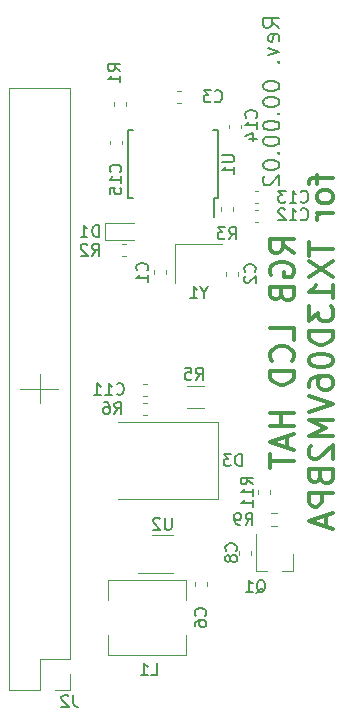
<source format=gbo>
G04 #@! TF.GenerationSoftware,KiCad,Pcbnew,(5.1.9)-1*
G04 #@! TF.CreationDate,2021-04-21T17:08:02+02:00*
G04 #@! TF.ProjectId,rgb_lcd_pihat,7267625f-6c63-4645-9f70-696861742e6b,rev?*
G04 #@! TF.SameCoordinates,Original*
G04 #@! TF.FileFunction,Legend,Bot*
G04 #@! TF.FilePolarity,Positive*
%FSLAX46Y46*%
G04 Gerber Fmt 4.6, Leading zero omitted, Abs format (unit mm)*
G04 Created by KiCad (PCBNEW (5.1.9)-1) date 2021-04-21 17:08:02*
%MOMM*%
%LPD*%
G01*
G04 APERTURE LIST*
%ADD10C,0.200000*%
%ADD11C,0.300000*%
%ADD12C,0.120000*%
%ADD13C,0.150000*%
G04 APERTURE END LIST*
D10*
X64033333Y-36966666D02*
X63366666Y-36500000D01*
X64033333Y-36166666D02*
X62633333Y-36166666D01*
X62633333Y-36700000D01*
X62700000Y-36833333D01*
X62766666Y-36900000D01*
X62900000Y-36966666D01*
X63100000Y-36966666D01*
X63233333Y-36900000D01*
X63300000Y-36833333D01*
X63366666Y-36700000D01*
X63366666Y-36166666D01*
X63966666Y-38100000D02*
X64033333Y-37966666D01*
X64033333Y-37700000D01*
X63966666Y-37566666D01*
X63833333Y-37500000D01*
X63300000Y-37500000D01*
X63166666Y-37566666D01*
X63100000Y-37700000D01*
X63100000Y-37966666D01*
X63166666Y-38100000D01*
X63300000Y-38166666D01*
X63433333Y-38166666D01*
X63566666Y-37500000D01*
X63100000Y-38633333D02*
X64033333Y-38966666D01*
X63100000Y-39300000D01*
X63900000Y-39833333D02*
X63966666Y-39900000D01*
X64033333Y-39833333D01*
X63966666Y-39766666D01*
X63900000Y-39833333D01*
X64033333Y-39833333D01*
X62633333Y-41833333D02*
X62633333Y-41966666D01*
X62700000Y-42099999D01*
X62766666Y-42166666D01*
X62900000Y-42233333D01*
X63166666Y-42299999D01*
X63500000Y-42299999D01*
X63766666Y-42233333D01*
X63900000Y-42166666D01*
X63966666Y-42099999D01*
X64033333Y-41966666D01*
X64033333Y-41833333D01*
X63966666Y-41699999D01*
X63900000Y-41633333D01*
X63766666Y-41566666D01*
X63500000Y-41499999D01*
X63166666Y-41499999D01*
X62900000Y-41566666D01*
X62766666Y-41633333D01*
X62700000Y-41699999D01*
X62633333Y-41833333D01*
X62633333Y-43166666D02*
X62633333Y-43299999D01*
X62700000Y-43433333D01*
X62766666Y-43499999D01*
X62900000Y-43566666D01*
X63166666Y-43633333D01*
X63500000Y-43633333D01*
X63766666Y-43566666D01*
X63900000Y-43499999D01*
X63966666Y-43433333D01*
X64033333Y-43299999D01*
X64033333Y-43166666D01*
X63966666Y-43033333D01*
X63900000Y-42966666D01*
X63766666Y-42899999D01*
X63500000Y-42833333D01*
X63166666Y-42833333D01*
X62900000Y-42899999D01*
X62766666Y-42966666D01*
X62700000Y-43033333D01*
X62633333Y-43166666D01*
X63900000Y-44233333D02*
X63966666Y-44299999D01*
X64033333Y-44233333D01*
X63966666Y-44166666D01*
X63900000Y-44233333D01*
X64033333Y-44233333D01*
X62633333Y-45166666D02*
X62633333Y-45299999D01*
X62700000Y-45433333D01*
X62766666Y-45499999D01*
X62900000Y-45566666D01*
X63166666Y-45633333D01*
X63500000Y-45633333D01*
X63766666Y-45566666D01*
X63900000Y-45499999D01*
X63966666Y-45433333D01*
X64033333Y-45299999D01*
X64033333Y-45166666D01*
X63966666Y-45033333D01*
X63900000Y-44966666D01*
X63766666Y-44899999D01*
X63500000Y-44833333D01*
X63166666Y-44833333D01*
X62900000Y-44899999D01*
X62766666Y-44966666D01*
X62700000Y-45033333D01*
X62633333Y-45166666D01*
X62633333Y-46499999D02*
X62633333Y-46633333D01*
X62700000Y-46766666D01*
X62766666Y-46833333D01*
X62900000Y-46899999D01*
X63166666Y-46966666D01*
X63500000Y-46966666D01*
X63766666Y-46899999D01*
X63900000Y-46833333D01*
X63966666Y-46766666D01*
X64033333Y-46633333D01*
X64033333Y-46499999D01*
X63966666Y-46366666D01*
X63900000Y-46299999D01*
X63766666Y-46233333D01*
X63500000Y-46166666D01*
X63166666Y-46166666D01*
X62900000Y-46233333D01*
X62766666Y-46299999D01*
X62700000Y-46366666D01*
X62633333Y-46499999D01*
X63900000Y-47566666D02*
X63966666Y-47633333D01*
X64033333Y-47566666D01*
X63966666Y-47499999D01*
X63900000Y-47566666D01*
X64033333Y-47566666D01*
X62633333Y-48499999D02*
X62633333Y-48633333D01*
X62700000Y-48766666D01*
X62766666Y-48833333D01*
X62900000Y-48899999D01*
X63166666Y-48966666D01*
X63500000Y-48966666D01*
X63766666Y-48899999D01*
X63900000Y-48833333D01*
X63966666Y-48766666D01*
X64033333Y-48633333D01*
X64033333Y-48499999D01*
X63966666Y-48366666D01*
X63900000Y-48299999D01*
X63766666Y-48233333D01*
X63500000Y-48166666D01*
X63166666Y-48166666D01*
X62900000Y-48233333D01*
X62766666Y-48299999D01*
X62700000Y-48366666D01*
X62633333Y-48499999D01*
X62766666Y-49499999D02*
X62700000Y-49566666D01*
X62633333Y-49699999D01*
X62633333Y-50033333D01*
X62700000Y-50166666D01*
X62766666Y-50233333D01*
X62900000Y-50299999D01*
X63033333Y-50299999D01*
X63233333Y-50233333D01*
X64033333Y-49433333D01*
X64033333Y-50299999D01*
D11*
X65254761Y-56019047D02*
X64302380Y-55352380D01*
X65254761Y-54876190D02*
X63254761Y-54876190D01*
X63254761Y-55638095D01*
X63350000Y-55828571D01*
X63445238Y-55923809D01*
X63635714Y-56019047D01*
X63921428Y-56019047D01*
X64111904Y-55923809D01*
X64207142Y-55828571D01*
X64302380Y-55638095D01*
X64302380Y-54876190D01*
X63350000Y-57923809D02*
X63254761Y-57733333D01*
X63254761Y-57447619D01*
X63350000Y-57161904D01*
X63540476Y-56971428D01*
X63730952Y-56876190D01*
X64111904Y-56780952D01*
X64397619Y-56780952D01*
X64778571Y-56876190D01*
X64969047Y-56971428D01*
X65159523Y-57161904D01*
X65254761Y-57447619D01*
X65254761Y-57638095D01*
X65159523Y-57923809D01*
X65064285Y-58019047D01*
X64397619Y-58019047D01*
X64397619Y-57638095D01*
X64207142Y-59542857D02*
X64302380Y-59828571D01*
X64397619Y-59923809D01*
X64588095Y-60019047D01*
X64873809Y-60019047D01*
X65064285Y-59923809D01*
X65159523Y-59828571D01*
X65254761Y-59638095D01*
X65254761Y-58876190D01*
X63254761Y-58876190D01*
X63254761Y-59542857D01*
X63350000Y-59733333D01*
X63445238Y-59828571D01*
X63635714Y-59923809D01*
X63826190Y-59923809D01*
X64016666Y-59828571D01*
X64111904Y-59733333D01*
X64207142Y-59542857D01*
X64207142Y-58876190D01*
X65254761Y-63352380D02*
X65254761Y-62400000D01*
X63254761Y-62400000D01*
X65064285Y-65161904D02*
X65159523Y-65066666D01*
X65254761Y-64780952D01*
X65254761Y-64590476D01*
X65159523Y-64304761D01*
X64969047Y-64114285D01*
X64778571Y-64019047D01*
X64397619Y-63923809D01*
X64111904Y-63923809D01*
X63730952Y-64019047D01*
X63540476Y-64114285D01*
X63350000Y-64304761D01*
X63254761Y-64590476D01*
X63254761Y-64780952D01*
X63350000Y-65066666D01*
X63445238Y-65161904D01*
X65254761Y-66019047D02*
X63254761Y-66019047D01*
X63254761Y-66495238D01*
X63350000Y-66780952D01*
X63540476Y-66971428D01*
X63730952Y-67066666D01*
X64111904Y-67161904D01*
X64397619Y-67161904D01*
X64778571Y-67066666D01*
X64969047Y-66971428D01*
X65159523Y-66780952D01*
X65254761Y-66495238D01*
X65254761Y-66019047D01*
X65254761Y-69542857D02*
X63254761Y-69542857D01*
X64207142Y-69542857D02*
X64207142Y-70685714D01*
X65254761Y-70685714D02*
X63254761Y-70685714D01*
X64683333Y-71542857D02*
X64683333Y-72495238D01*
X65254761Y-71352380D02*
X63254761Y-72019047D01*
X65254761Y-72685714D01*
X63254761Y-73066666D02*
X63254761Y-74209523D01*
X65254761Y-73638095D02*
X63254761Y-73638095D01*
X67221428Y-49400000D02*
X67221428Y-50161904D01*
X68554761Y-49685714D02*
X66840476Y-49685714D01*
X66650000Y-49780952D01*
X66554761Y-49971428D01*
X66554761Y-50161904D01*
X68554761Y-51114285D02*
X68459523Y-50923809D01*
X68364285Y-50828571D01*
X68173809Y-50733333D01*
X67602380Y-50733333D01*
X67411904Y-50828571D01*
X67316666Y-50923809D01*
X67221428Y-51114285D01*
X67221428Y-51400000D01*
X67316666Y-51590476D01*
X67411904Y-51685714D01*
X67602380Y-51780952D01*
X68173809Y-51780952D01*
X68364285Y-51685714D01*
X68459523Y-51590476D01*
X68554761Y-51400000D01*
X68554761Y-51114285D01*
X68554761Y-52638095D02*
X67221428Y-52638095D01*
X67602380Y-52638095D02*
X67411904Y-52733333D01*
X67316666Y-52828571D01*
X67221428Y-53019047D01*
X67221428Y-53209523D01*
X66554761Y-55114285D02*
X66554761Y-56257142D01*
X68554761Y-55685714D02*
X66554761Y-55685714D01*
X66554761Y-56733333D02*
X68554761Y-58066666D01*
X66554761Y-58066666D02*
X68554761Y-56733333D01*
X68554761Y-59876190D02*
X68554761Y-58733333D01*
X68554761Y-59304761D02*
X66554761Y-59304761D01*
X66840476Y-59114285D01*
X67030952Y-58923809D01*
X67126190Y-58733333D01*
X66554761Y-60542857D02*
X66554761Y-61780952D01*
X67316666Y-61114285D01*
X67316666Y-61400000D01*
X67411904Y-61590476D01*
X67507142Y-61685714D01*
X67697619Y-61780952D01*
X68173809Y-61780952D01*
X68364285Y-61685714D01*
X68459523Y-61590476D01*
X68554761Y-61400000D01*
X68554761Y-60828571D01*
X68459523Y-60638095D01*
X68364285Y-60542857D01*
X68554761Y-62638095D02*
X66554761Y-62638095D01*
X66554761Y-63114285D01*
X66650000Y-63400000D01*
X66840476Y-63590476D01*
X67030952Y-63685714D01*
X67411904Y-63780952D01*
X67697619Y-63780952D01*
X68078571Y-63685714D01*
X68269047Y-63590476D01*
X68459523Y-63400000D01*
X68554761Y-63114285D01*
X68554761Y-62638095D01*
X66554761Y-65019047D02*
X66554761Y-65209523D01*
X66650000Y-65399999D01*
X66745238Y-65495238D01*
X66935714Y-65590476D01*
X67316666Y-65685714D01*
X67792857Y-65685714D01*
X68173809Y-65590476D01*
X68364285Y-65495238D01*
X68459523Y-65399999D01*
X68554761Y-65209523D01*
X68554761Y-65019047D01*
X68459523Y-64828571D01*
X68364285Y-64733333D01*
X68173809Y-64638095D01*
X67792857Y-64542857D01*
X67316666Y-64542857D01*
X66935714Y-64638095D01*
X66745238Y-64733333D01*
X66650000Y-64828571D01*
X66554761Y-65019047D01*
X66554761Y-67400000D02*
X66554761Y-67019047D01*
X66650000Y-66828571D01*
X66745238Y-66733333D01*
X67030952Y-66542857D01*
X67411904Y-66447619D01*
X68173809Y-66447619D01*
X68364285Y-66542857D01*
X68459523Y-66638095D01*
X68554761Y-66828571D01*
X68554761Y-67209523D01*
X68459523Y-67400000D01*
X68364285Y-67495238D01*
X68173809Y-67590476D01*
X67697619Y-67590476D01*
X67507142Y-67495238D01*
X67411904Y-67400000D01*
X67316666Y-67209523D01*
X67316666Y-66828571D01*
X67411904Y-66638095D01*
X67507142Y-66542857D01*
X67697619Y-66447619D01*
X66554761Y-68161904D02*
X68554761Y-68828571D01*
X66554761Y-69495238D01*
X68554761Y-70161904D02*
X66554761Y-70161904D01*
X67983333Y-70828571D01*
X66554761Y-71495238D01*
X68554761Y-71495238D01*
X66745238Y-72352380D02*
X66650000Y-72447619D01*
X66554761Y-72638095D01*
X66554761Y-73114285D01*
X66650000Y-73304761D01*
X66745238Y-73400000D01*
X66935714Y-73495238D01*
X67126190Y-73495238D01*
X67411904Y-73400000D01*
X68554761Y-72257142D01*
X68554761Y-73495238D01*
X67507142Y-75019047D02*
X67602380Y-75304761D01*
X67697619Y-75400000D01*
X67888095Y-75495238D01*
X68173809Y-75495238D01*
X68364285Y-75400000D01*
X68459523Y-75304761D01*
X68554761Y-75114285D01*
X68554761Y-74352380D01*
X66554761Y-74352380D01*
X66554761Y-75019047D01*
X66650000Y-75209523D01*
X66745238Y-75304761D01*
X66935714Y-75400000D01*
X67126190Y-75400000D01*
X67316666Y-75304761D01*
X67411904Y-75209523D01*
X67507142Y-75019047D01*
X67507142Y-74352380D01*
X68554761Y-76352380D02*
X66554761Y-76352380D01*
X66554761Y-77114285D01*
X66650000Y-77304761D01*
X66745238Y-77400000D01*
X66935714Y-77495238D01*
X67221428Y-77495238D01*
X67411904Y-77400000D01*
X67507142Y-77304761D01*
X67602380Y-77114285D01*
X67602380Y-76352380D01*
X67983333Y-78257142D02*
X67983333Y-79209523D01*
X68554761Y-78066666D02*
X66554761Y-78733333D01*
X68554761Y-79400000D01*
D12*
X56222936Y-67290000D02*
X57677064Y-67290000D01*
X56222936Y-69110000D02*
X57677064Y-69110000D01*
X63260000Y-76078733D02*
X63260000Y-76421267D01*
X62240000Y-76078733D02*
X62240000Y-76421267D01*
X63345276Y-79122500D02*
X63854724Y-79122500D01*
X63345276Y-78077500D02*
X63854724Y-78077500D01*
X65180000Y-82960000D02*
X64250000Y-82960000D01*
X62020000Y-82960000D02*
X62950000Y-82960000D01*
X62020000Y-82960000D02*
X62020000Y-79800000D01*
X65180000Y-82960000D02*
X65180000Y-81500000D01*
X51010000Y-43546267D02*
X51010000Y-43203733D01*
X49990000Y-43546267D02*
X49990000Y-43203733D01*
X55200000Y-58600000D02*
X55200000Y-55300000D01*
X55200000Y-55300000D02*
X59200000Y-55300000D01*
X43750000Y-68760000D02*
X43750000Y-66260000D01*
X42100000Y-67510000D02*
X45300000Y-67510000D01*
X45000000Y-92990000D02*
X46330000Y-92990000D01*
X46330000Y-92990000D02*
X46330000Y-91660000D01*
X43730000Y-92990000D02*
X43730000Y-90390000D01*
X43730000Y-90390000D02*
X46330000Y-90390000D01*
X46330000Y-90390000D02*
X46330000Y-42070000D01*
X41130000Y-42070000D02*
X46330000Y-42070000D01*
X41130000Y-92990000D02*
X41130000Y-42070000D01*
X41130000Y-92990000D02*
X43730000Y-92990000D01*
X52846267Y-67090000D02*
X52503733Y-67090000D01*
X52846267Y-68110000D02*
X52503733Y-68110000D01*
X53390000Y-57503733D02*
X53390000Y-57846267D01*
X54410000Y-57503733D02*
X54410000Y-57846267D01*
X59490000Y-57603733D02*
X59490000Y-57946267D01*
X60510000Y-57603733D02*
X60510000Y-57946267D01*
X55353733Y-42290000D02*
X55696267Y-42290000D01*
X55353733Y-43310000D02*
X55696267Y-43310000D01*
X57910000Y-83853733D02*
X57910000Y-84196267D01*
X56890000Y-83853733D02*
X56890000Y-84196267D01*
X60590000Y-81253733D02*
X60590000Y-81596267D01*
X61610000Y-81253733D02*
X61610000Y-81596267D01*
X51725000Y-54935000D02*
X49265000Y-54935000D01*
X49265000Y-54935000D02*
X49265000Y-53465000D01*
X49265000Y-53465000D02*
X51725000Y-53465000D01*
X49550000Y-83700000D02*
X49550000Y-85400000D01*
X56150000Y-83700000D02*
X49550000Y-83700000D01*
X56150000Y-85400000D02*
X56150000Y-83700000D01*
X56150000Y-90100000D02*
X56150000Y-88400000D01*
X49550000Y-90100000D02*
X56150000Y-90100000D01*
X49550000Y-88400000D02*
X49550000Y-90100000D01*
X51046267Y-55290000D02*
X50703733Y-55290000D01*
X51046267Y-56310000D02*
X50703733Y-56310000D01*
X60110000Y-52496267D02*
X60110000Y-52153733D01*
X59090000Y-52496267D02*
X59090000Y-52153733D01*
X52846267Y-68690000D02*
X52503733Y-68690000D01*
X52846267Y-69710000D02*
X52503733Y-69710000D01*
D13*
X58475000Y-51375000D02*
X58475000Y-52975000D01*
X51175000Y-51375000D02*
X51175000Y-45625000D01*
X58825000Y-51375000D02*
X58825000Y-45625000D01*
X51175000Y-51375000D02*
X51625000Y-51375000D01*
X51175000Y-45625000D02*
X51625000Y-45625000D01*
X58825000Y-45625000D02*
X58375000Y-45625000D01*
X58825000Y-51375000D02*
X58475000Y-51375000D01*
D12*
X55050000Y-83160000D02*
X52100000Y-83160000D01*
X53250000Y-79940000D02*
X55050000Y-79940000D01*
X58800000Y-70350000D02*
X50400000Y-70350000D01*
X58800000Y-76850000D02*
X50400000Y-76850000D01*
X58800000Y-76850000D02*
X58800000Y-70350000D01*
X62246267Y-53410000D02*
X61953733Y-53410000D01*
X62246267Y-52390000D02*
X61953733Y-52390000D01*
X62246267Y-50790000D02*
X61953733Y-50790000D01*
X62246267Y-51810000D02*
X61953733Y-51810000D01*
X59790000Y-45153733D02*
X59790000Y-45446267D01*
X60810000Y-45153733D02*
X60810000Y-45446267D01*
X49690000Y-46808767D02*
X49690000Y-46516233D01*
X50710000Y-46808767D02*
X50710000Y-46516233D01*
D13*
X56966666Y-66752380D02*
X57300000Y-66276190D01*
X57538095Y-66752380D02*
X57538095Y-65752380D01*
X57157142Y-65752380D01*
X57061904Y-65800000D01*
X57014285Y-65847619D01*
X56966666Y-65942857D01*
X56966666Y-66085714D01*
X57014285Y-66180952D01*
X57061904Y-66228571D01*
X57157142Y-66276190D01*
X57538095Y-66276190D01*
X56061904Y-65752380D02*
X56538095Y-65752380D01*
X56585714Y-66228571D01*
X56538095Y-66180952D01*
X56442857Y-66133333D01*
X56204761Y-66133333D01*
X56109523Y-66180952D01*
X56061904Y-66228571D01*
X56014285Y-66323809D01*
X56014285Y-66561904D01*
X56061904Y-66657142D01*
X56109523Y-66704761D01*
X56204761Y-66752380D01*
X56442857Y-66752380D01*
X56538095Y-66704761D01*
X56585714Y-66657142D01*
X61772380Y-75607142D02*
X61296190Y-75273809D01*
X61772380Y-75035714D02*
X60772380Y-75035714D01*
X60772380Y-75416666D01*
X60820000Y-75511904D01*
X60867619Y-75559523D01*
X60962857Y-75607142D01*
X61105714Y-75607142D01*
X61200952Y-75559523D01*
X61248571Y-75511904D01*
X61296190Y-75416666D01*
X61296190Y-75035714D01*
X61772380Y-76559523D02*
X61772380Y-75988095D01*
X61772380Y-76273809D02*
X60772380Y-76273809D01*
X60915238Y-76178571D01*
X61010476Y-76083333D01*
X61058095Y-75988095D01*
X61772380Y-77511904D02*
X61772380Y-76940476D01*
X61772380Y-77226190D02*
X60772380Y-77226190D01*
X60915238Y-77130952D01*
X61010476Y-77035714D01*
X61058095Y-76940476D01*
X61166666Y-79052380D02*
X61500000Y-78576190D01*
X61738095Y-79052380D02*
X61738095Y-78052380D01*
X61357142Y-78052380D01*
X61261904Y-78100000D01*
X61214285Y-78147619D01*
X61166666Y-78242857D01*
X61166666Y-78385714D01*
X61214285Y-78480952D01*
X61261904Y-78528571D01*
X61357142Y-78576190D01*
X61738095Y-78576190D01*
X60690476Y-79052380D02*
X60500000Y-79052380D01*
X60404761Y-79004761D01*
X60357142Y-78957142D01*
X60261904Y-78814285D01*
X60214285Y-78623809D01*
X60214285Y-78242857D01*
X60261904Y-78147619D01*
X60309523Y-78100000D01*
X60404761Y-78052380D01*
X60595238Y-78052380D01*
X60690476Y-78100000D01*
X60738095Y-78147619D01*
X60785714Y-78242857D01*
X60785714Y-78480952D01*
X60738095Y-78576190D01*
X60690476Y-78623809D01*
X60595238Y-78671428D01*
X60404761Y-78671428D01*
X60309523Y-78623809D01*
X60261904Y-78576190D01*
X60214285Y-78480952D01*
X62095238Y-84797619D02*
X62190476Y-84750000D01*
X62285714Y-84654761D01*
X62428571Y-84511904D01*
X62523809Y-84464285D01*
X62619047Y-84464285D01*
X62571428Y-84702380D02*
X62666666Y-84654761D01*
X62761904Y-84559523D01*
X62809523Y-84369047D01*
X62809523Y-84035714D01*
X62761904Y-83845238D01*
X62666666Y-83750000D01*
X62571428Y-83702380D01*
X62380952Y-83702380D01*
X62285714Y-83750000D01*
X62190476Y-83845238D01*
X62142857Y-84035714D01*
X62142857Y-84369047D01*
X62190476Y-84559523D01*
X62285714Y-84654761D01*
X62380952Y-84702380D01*
X62571428Y-84702380D01*
X61190476Y-84702380D02*
X61761904Y-84702380D01*
X61476190Y-84702380D02*
X61476190Y-83702380D01*
X61571428Y-83845238D01*
X61666666Y-83940476D01*
X61761904Y-83988095D01*
X50552380Y-40633333D02*
X50076190Y-40300000D01*
X50552380Y-40061904D02*
X49552380Y-40061904D01*
X49552380Y-40442857D01*
X49600000Y-40538095D01*
X49647619Y-40585714D01*
X49742857Y-40633333D01*
X49885714Y-40633333D01*
X49980952Y-40585714D01*
X50028571Y-40538095D01*
X50076190Y-40442857D01*
X50076190Y-40061904D01*
X50552380Y-41585714D02*
X50552380Y-41014285D01*
X50552380Y-41300000D02*
X49552380Y-41300000D01*
X49695238Y-41204761D01*
X49790476Y-41109523D01*
X49838095Y-41014285D01*
X57676190Y-59376190D02*
X57676190Y-59852380D01*
X58009523Y-58852380D02*
X57676190Y-59376190D01*
X57342857Y-58852380D01*
X56485714Y-59852380D02*
X57057142Y-59852380D01*
X56771428Y-59852380D02*
X56771428Y-58852380D01*
X56866666Y-58995238D01*
X56961904Y-59090476D01*
X57057142Y-59138095D01*
X46583333Y-93452380D02*
X46583333Y-94166666D01*
X46630952Y-94309523D01*
X46726190Y-94404761D01*
X46869047Y-94452380D01*
X46964285Y-94452380D01*
X46154761Y-93547619D02*
X46107142Y-93500000D01*
X46011904Y-93452380D01*
X45773809Y-93452380D01*
X45678571Y-93500000D01*
X45630952Y-93547619D01*
X45583333Y-93642857D01*
X45583333Y-93738095D01*
X45630952Y-93880952D01*
X46202380Y-94452380D01*
X45583333Y-94452380D01*
X50242857Y-67957142D02*
X50290476Y-68004761D01*
X50433333Y-68052380D01*
X50528571Y-68052380D01*
X50671428Y-68004761D01*
X50766666Y-67909523D01*
X50814285Y-67814285D01*
X50861904Y-67623809D01*
X50861904Y-67480952D01*
X50814285Y-67290476D01*
X50766666Y-67195238D01*
X50671428Y-67100000D01*
X50528571Y-67052380D01*
X50433333Y-67052380D01*
X50290476Y-67100000D01*
X50242857Y-67147619D01*
X49290476Y-68052380D02*
X49861904Y-68052380D01*
X49576190Y-68052380D02*
X49576190Y-67052380D01*
X49671428Y-67195238D01*
X49766666Y-67290476D01*
X49861904Y-67338095D01*
X48338095Y-68052380D02*
X48909523Y-68052380D01*
X48623809Y-68052380D02*
X48623809Y-67052380D01*
X48719047Y-67195238D01*
X48814285Y-67290476D01*
X48909523Y-67338095D01*
X52827142Y-57508333D02*
X52874761Y-57460714D01*
X52922380Y-57317857D01*
X52922380Y-57222619D01*
X52874761Y-57079761D01*
X52779523Y-56984523D01*
X52684285Y-56936904D01*
X52493809Y-56889285D01*
X52350952Y-56889285D01*
X52160476Y-56936904D01*
X52065238Y-56984523D01*
X51970000Y-57079761D01*
X51922380Y-57222619D01*
X51922380Y-57317857D01*
X51970000Y-57460714D01*
X52017619Y-57508333D01*
X52922380Y-58460714D02*
X52922380Y-57889285D01*
X52922380Y-58175000D02*
X51922380Y-58175000D01*
X52065238Y-58079761D01*
X52160476Y-57984523D01*
X52208095Y-57889285D01*
X61957142Y-57608333D02*
X62004761Y-57560714D01*
X62052380Y-57417857D01*
X62052380Y-57322619D01*
X62004761Y-57179761D01*
X61909523Y-57084523D01*
X61814285Y-57036904D01*
X61623809Y-56989285D01*
X61480952Y-56989285D01*
X61290476Y-57036904D01*
X61195238Y-57084523D01*
X61100000Y-57179761D01*
X61052380Y-57322619D01*
X61052380Y-57417857D01*
X61100000Y-57560714D01*
X61147619Y-57608333D01*
X61147619Y-57989285D02*
X61100000Y-58036904D01*
X61052380Y-58132142D01*
X61052380Y-58370238D01*
X61100000Y-58465476D01*
X61147619Y-58513095D01*
X61242857Y-58560714D01*
X61338095Y-58560714D01*
X61480952Y-58513095D01*
X62052380Y-57941666D01*
X62052380Y-58560714D01*
X58566666Y-43157142D02*
X58614285Y-43204761D01*
X58757142Y-43252380D01*
X58852380Y-43252380D01*
X58995238Y-43204761D01*
X59090476Y-43109523D01*
X59138095Y-43014285D01*
X59185714Y-42823809D01*
X59185714Y-42680952D01*
X59138095Y-42490476D01*
X59090476Y-42395238D01*
X58995238Y-42300000D01*
X58852380Y-42252380D01*
X58757142Y-42252380D01*
X58614285Y-42300000D01*
X58566666Y-42347619D01*
X58233333Y-42252380D02*
X57614285Y-42252380D01*
X57947619Y-42633333D01*
X57804761Y-42633333D01*
X57709523Y-42680952D01*
X57661904Y-42728571D01*
X57614285Y-42823809D01*
X57614285Y-43061904D01*
X57661904Y-43157142D01*
X57709523Y-43204761D01*
X57804761Y-43252380D01*
X58090476Y-43252380D01*
X58185714Y-43204761D01*
X58233333Y-43157142D01*
X57757142Y-86733333D02*
X57804761Y-86685714D01*
X57852380Y-86542857D01*
X57852380Y-86447619D01*
X57804761Y-86304761D01*
X57709523Y-86209523D01*
X57614285Y-86161904D01*
X57423809Y-86114285D01*
X57280952Y-86114285D01*
X57090476Y-86161904D01*
X56995238Y-86209523D01*
X56900000Y-86304761D01*
X56852380Y-86447619D01*
X56852380Y-86542857D01*
X56900000Y-86685714D01*
X56947619Y-86733333D01*
X56852380Y-87590476D02*
X56852380Y-87400000D01*
X56900000Y-87304761D01*
X56947619Y-87257142D01*
X57090476Y-87161904D01*
X57280952Y-87114285D01*
X57661904Y-87114285D01*
X57757142Y-87161904D01*
X57804761Y-87209523D01*
X57852380Y-87304761D01*
X57852380Y-87495238D01*
X57804761Y-87590476D01*
X57757142Y-87638095D01*
X57661904Y-87685714D01*
X57423809Y-87685714D01*
X57328571Y-87638095D01*
X57280952Y-87590476D01*
X57233333Y-87495238D01*
X57233333Y-87304761D01*
X57280952Y-87209523D01*
X57328571Y-87161904D01*
X57423809Y-87114285D01*
X60357142Y-81233333D02*
X60404761Y-81185714D01*
X60452380Y-81042857D01*
X60452380Y-80947619D01*
X60404761Y-80804761D01*
X60309523Y-80709523D01*
X60214285Y-80661904D01*
X60023809Y-80614285D01*
X59880952Y-80614285D01*
X59690476Y-80661904D01*
X59595238Y-80709523D01*
X59500000Y-80804761D01*
X59452380Y-80947619D01*
X59452380Y-81042857D01*
X59500000Y-81185714D01*
X59547619Y-81233333D01*
X59880952Y-81804761D02*
X59833333Y-81709523D01*
X59785714Y-81661904D01*
X59690476Y-81614285D01*
X59642857Y-81614285D01*
X59547619Y-81661904D01*
X59500000Y-81709523D01*
X59452380Y-81804761D01*
X59452380Y-81995238D01*
X59500000Y-82090476D01*
X59547619Y-82138095D01*
X59642857Y-82185714D01*
X59690476Y-82185714D01*
X59785714Y-82138095D01*
X59833333Y-82090476D01*
X59880952Y-81995238D01*
X59880952Y-81804761D01*
X59928571Y-81709523D01*
X59976190Y-81661904D01*
X60071428Y-81614285D01*
X60261904Y-81614285D01*
X60357142Y-81661904D01*
X60404761Y-81709523D01*
X60452380Y-81804761D01*
X60452380Y-81995238D01*
X60404761Y-82090476D01*
X60357142Y-82138095D01*
X60261904Y-82185714D01*
X60071428Y-82185714D01*
X59976190Y-82138095D01*
X59928571Y-82090476D01*
X59880952Y-81995238D01*
X48738095Y-54652380D02*
X48738095Y-53652380D01*
X48500000Y-53652380D01*
X48357142Y-53700000D01*
X48261904Y-53795238D01*
X48214285Y-53890476D01*
X48166666Y-54080952D01*
X48166666Y-54223809D01*
X48214285Y-54414285D01*
X48261904Y-54509523D01*
X48357142Y-54604761D01*
X48500000Y-54652380D01*
X48738095Y-54652380D01*
X47214285Y-54652380D02*
X47785714Y-54652380D01*
X47500000Y-54652380D02*
X47500000Y-53652380D01*
X47595238Y-53795238D01*
X47690476Y-53890476D01*
X47785714Y-53938095D01*
X53166666Y-91752380D02*
X53642857Y-91752380D01*
X53642857Y-90752380D01*
X52309523Y-91752380D02*
X52880952Y-91752380D01*
X52595238Y-91752380D02*
X52595238Y-90752380D01*
X52690476Y-90895238D01*
X52785714Y-90990476D01*
X52880952Y-91038095D01*
X48166666Y-56252380D02*
X48500000Y-55776190D01*
X48738095Y-56252380D02*
X48738095Y-55252380D01*
X48357142Y-55252380D01*
X48261904Y-55300000D01*
X48214285Y-55347619D01*
X48166666Y-55442857D01*
X48166666Y-55585714D01*
X48214285Y-55680952D01*
X48261904Y-55728571D01*
X48357142Y-55776190D01*
X48738095Y-55776190D01*
X47785714Y-55347619D02*
X47738095Y-55300000D01*
X47642857Y-55252380D01*
X47404761Y-55252380D01*
X47309523Y-55300000D01*
X47261904Y-55347619D01*
X47214285Y-55442857D01*
X47214285Y-55538095D01*
X47261904Y-55680952D01*
X47833333Y-56252380D01*
X47214285Y-56252380D01*
X59766666Y-54852380D02*
X60100000Y-54376190D01*
X60338095Y-54852380D02*
X60338095Y-53852380D01*
X59957142Y-53852380D01*
X59861904Y-53900000D01*
X59814285Y-53947619D01*
X59766666Y-54042857D01*
X59766666Y-54185714D01*
X59814285Y-54280952D01*
X59861904Y-54328571D01*
X59957142Y-54376190D01*
X60338095Y-54376190D01*
X59433333Y-53852380D02*
X58814285Y-53852380D01*
X59147619Y-54233333D01*
X59004761Y-54233333D01*
X58909523Y-54280952D01*
X58861904Y-54328571D01*
X58814285Y-54423809D01*
X58814285Y-54661904D01*
X58861904Y-54757142D01*
X58909523Y-54804761D01*
X59004761Y-54852380D01*
X59290476Y-54852380D01*
X59385714Y-54804761D01*
X59433333Y-54757142D01*
X50066666Y-69652380D02*
X50400000Y-69176190D01*
X50638095Y-69652380D02*
X50638095Y-68652380D01*
X50257142Y-68652380D01*
X50161904Y-68700000D01*
X50114285Y-68747619D01*
X50066666Y-68842857D01*
X50066666Y-68985714D01*
X50114285Y-69080952D01*
X50161904Y-69128571D01*
X50257142Y-69176190D01*
X50638095Y-69176190D01*
X49209523Y-68652380D02*
X49400000Y-68652380D01*
X49495238Y-68700000D01*
X49542857Y-68747619D01*
X49638095Y-68890476D01*
X49685714Y-69080952D01*
X49685714Y-69461904D01*
X49638095Y-69557142D01*
X49590476Y-69604761D01*
X49495238Y-69652380D01*
X49304761Y-69652380D01*
X49209523Y-69604761D01*
X49161904Y-69557142D01*
X49114285Y-69461904D01*
X49114285Y-69223809D01*
X49161904Y-69128571D01*
X49209523Y-69080952D01*
X49304761Y-69033333D01*
X49495238Y-69033333D01*
X49590476Y-69080952D01*
X49638095Y-69128571D01*
X49685714Y-69223809D01*
X59202380Y-47738095D02*
X60011904Y-47738095D01*
X60107142Y-47785714D01*
X60154761Y-47833333D01*
X60202380Y-47928571D01*
X60202380Y-48119047D01*
X60154761Y-48214285D01*
X60107142Y-48261904D01*
X60011904Y-48309523D01*
X59202380Y-48309523D01*
X60202380Y-49309523D02*
X60202380Y-48738095D01*
X60202380Y-49023809D02*
X59202380Y-49023809D01*
X59345238Y-48928571D01*
X59440476Y-48833333D01*
X59488095Y-48738095D01*
X54911904Y-78452380D02*
X54911904Y-79261904D01*
X54864285Y-79357142D01*
X54816666Y-79404761D01*
X54721428Y-79452380D01*
X54530952Y-79452380D01*
X54435714Y-79404761D01*
X54388095Y-79357142D01*
X54340476Y-79261904D01*
X54340476Y-78452380D01*
X53911904Y-78547619D02*
X53864285Y-78500000D01*
X53769047Y-78452380D01*
X53530952Y-78452380D01*
X53435714Y-78500000D01*
X53388095Y-78547619D01*
X53340476Y-78642857D01*
X53340476Y-78738095D01*
X53388095Y-78880952D01*
X53959523Y-79452380D01*
X53340476Y-79452380D01*
X60838095Y-74052380D02*
X60838095Y-73052380D01*
X60600000Y-73052380D01*
X60457142Y-73100000D01*
X60361904Y-73195238D01*
X60314285Y-73290476D01*
X60266666Y-73480952D01*
X60266666Y-73623809D01*
X60314285Y-73814285D01*
X60361904Y-73909523D01*
X60457142Y-74004761D01*
X60600000Y-74052380D01*
X60838095Y-74052380D01*
X59933333Y-73052380D02*
X59314285Y-73052380D01*
X59647619Y-73433333D01*
X59504761Y-73433333D01*
X59409523Y-73480952D01*
X59361904Y-73528571D01*
X59314285Y-73623809D01*
X59314285Y-73861904D01*
X59361904Y-73957142D01*
X59409523Y-74004761D01*
X59504761Y-74052380D01*
X59790476Y-74052380D01*
X59885714Y-74004761D01*
X59933333Y-73957142D01*
X65842857Y-53157142D02*
X65890476Y-53204761D01*
X66033333Y-53252380D01*
X66128571Y-53252380D01*
X66271428Y-53204761D01*
X66366666Y-53109523D01*
X66414285Y-53014285D01*
X66461904Y-52823809D01*
X66461904Y-52680952D01*
X66414285Y-52490476D01*
X66366666Y-52395238D01*
X66271428Y-52300000D01*
X66128571Y-52252380D01*
X66033333Y-52252380D01*
X65890476Y-52300000D01*
X65842857Y-52347619D01*
X64890476Y-53252380D02*
X65461904Y-53252380D01*
X65176190Y-53252380D02*
X65176190Y-52252380D01*
X65271428Y-52395238D01*
X65366666Y-52490476D01*
X65461904Y-52538095D01*
X64509523Y-52347619D02*
X64461904Y-52300000D01*
X64366666Y-52252380D01*
X64128571Y-52252380D01*
X64033333Y-52300000D01*
X63985714Y-52347619D01*
X63938095Y-52442857D01*
X63938095Y-52538095D01*
X63985714Y-52680952D01*
X64557142Y-53252380D01*
X63938095Y-53252380D01*
X65842857Y-51657142D02*
X65890476Y-51704761D01*
X66033333Y-51752380D01*
X66128571Y-51752380D01*
X66271428Y-51704761D01*
X66366666Y-51609523D01*
X66414285Y-51514285D01*
X66461904Y-51323809D01*
X66461904Y-51180952D01*
X66414285Y-50990476D01*
X66366666Y-50895238D01*
X66271428Y-50800000D01*
X66128571Y-50752380D01*
X66033333Y-50752380D01*
X65890476Y-50800000D01*
X65842857Y-50847619D01*
X64890476Y-51752380D02*
X65461904Y-51752380D01*
X65176190Y-51752380D02*
X65176190Y-50752380D01*
X65271428Y-50895238D01*
X65366666Y-50990476D01*
X65461904Y-51038095D01*
X64557142Y-50752380D02*
X63938095Y-50752380D01*
X64271428Y-51133333D01*
X64128571Y-51133333D01*
X64033333Y-51180952D01*
X63985714Y-51228571D01*
X63938095Y-51323809D01*
X63938095Y-51561904D01*
X63985714Y-51657142D01*
X64033333Y-51704761D01*
X64128571Y-51752380D01*
X64414285Y-51752380D01*
X64509523Y-51704761D01*
X64557142Y-51657142D01*
X62057142Y-44557142D02*
X62104761Y-44509523D01*
X62152380Y-44366666D01*
X62152380Y-44271428D01*
X62104761Y-44128571D01*
X62009523Y-44033333D01*
X61914285Y-43985714D01*
X61723809Y-43938095D01*
X61580952Y-43938095D01*
X61390476Y-43985714D01*
X61295238Y-44033333D01*
X61200000Y-44128571D01*
X61152380Y-44271428D01*
X61152380Y-44366666D01*
X61200000Y-44509523D01*
X61247619Y-44557142D01*
X62152380Y-45509523D02*
X62152380Y-44938095D01*
X62152380Y-45223809D02*
X61152380Y-45223809D01*
X61295238Y-45128571D01*
X61390476Y-45033333D01*
X61438095Y-44938095D01*
X61485714Y-46366666D02*
X62152380Y-46366666D01*
X61104761Y-46128571D02*
X61819047Y-45890476D01*
X61819047Y-46509523D01*
X50557142Y-49157142D02*
X50604761Y-49109523D01*
X50652380Y-48966666D01*
X50652380Y-48871428D01*
X50604761Y-48728571D01*
X50509523Y-48633333D01*
X50414285Y-48585714D01*
X50223809Y-48538095D01*
X50080952Y-48538095D01*
X49890476Y-48585714D01*
X49795238Y-48633333D01*
X49700000Y-48728571D01*
X49652380Y-48871428D01*
X49652380Y-48966666D01*
X49700000Y-49109523D01*
X49747619Y-49157142D01*
X50652380Y-50109523D02*
X50652380Y-49538095D01*
X50652380Y-49823809D02*
X49652380Y-49823809D01*
X49795238Y-49728571D01*
X49890476Y-49633333D01*
X49938095Y-49538095D01*
X49652380Y-51014285D02*
X49652380Y-50538095D01*
X50128571Y-50490476D01*
X50080952Y-50538095D01*
X50033333Y-50633333D01*
X50033333Y-50871428D01*
X50080952Y-50966666D01*
X50128571Y-51014285D01*
X50223809Y-51061904D01*
X50461904Y-51061904D01*
X50557142Y-51014285D01*
X50604761Y-50966666D01*
X50652380Y-50871428D01*
X50652380Y-50633333D01*
X50604761Y-50538095D01*
X50557142Y-50490476D01*
M02*

</source>
